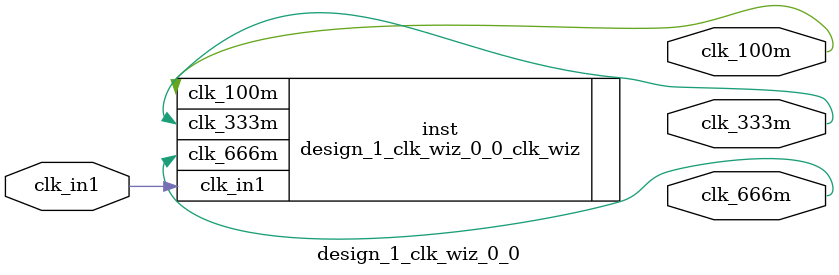
<source format=v>


`timescale 1ps/1ps

(* CORE_GENERATION_INFO = "design_1_clk_wiz_0_0,clk_wiz_v6_0_2_0_0,{component_name=design_1_clk_wiz_0_0,use_phase_alignment=false,use_min_o_jitter=false,use_max_i_jitter=false,use_dyn_phase_shift=false,use_inclk_switchover=false,use_dyn_reconfig=false,enable_axi=0,feedback_source=FDBK_AUTO,PRIMITIVE=MMCM,num_out_clk=3,clkin1_period=10.000,clkin2_period=10.000,use_power_down=false,use_reset=false,use_locked=false,use_inclk_stopped=false,feedback_type=SINGLE,CLOCK_MGR_TYPE=NA,manual_override=false}" *)

module design_1_clk_wiz_0_0 
 (
  // Clock out ports
  output        clk_666m,
  output        clk_333m,
  output        clk_100m,
 // Clock in ports
  input         clk_in1
 );

  design_1_clk_wiz_0_0_clk_wiz inst
  (
  // Clock out ports  
  .clk_666m(clk_666m),
  .clk_333m(clk_333m),
  .clk_100m(clk_100m),
 // Clock in ports
  .clk_in1(clk_in1)
  );

endmodule

</source>
